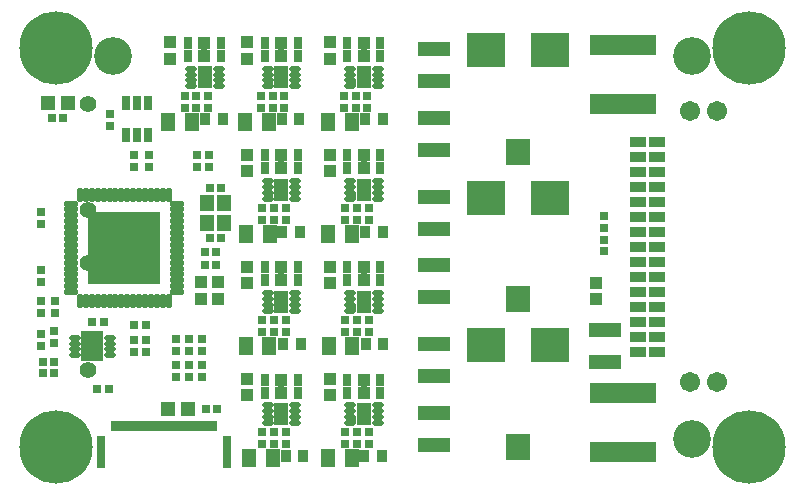
<source format=gts>
G04 Layer_Color=8388736*
%FSLAX25Y25*%
%MOIN*%
G70*
G01*
G75*
%ADD99R,0.13005X0.11824*%
%ADD100R,0.08280X0.08674*%
%ADD101R,0.01587X0.02769*%
%ADD102R,0.04737X0.07493*%
G04:AMPARAMS|DCode=103|XSize=19.81mil|YSize=39.5mil|CornerRadius=6.95mil|HoleSize=0mil|Usage=FLASHONLY|Rotation=270.000|XOffset=0mil|YOffset=0mil|HoleType=Round|Shape=RoundedRectangle|*
%AMROUNDEDRECTD103*
21,1,0.01981,0.02559,0,0,270.0*
21,1,0.00591,0.03950,0,0,270.0*
1,1,0.01391,-0.01280,-0.00295*
1,1,0.01391,-0.01280,0.00295*
1,1,0.01391,0.01280,0.00295*
1,1,0.01391,0.01280,-0.00295*
%
%ADD103ROUNDEDRECTD103*%
%ADD104R,0.05131X0.04737*%
%ADD105R,0.04343X0.03950*%
%ADD106R,0.03556X0.04343*%
%ADD107R,0.03162X0.04343*%
%ADD108R,0.04343X0.04343*%
%ADD109R,0.01981X0.02375*%
%ADD110R,0.05131X0.05524*%
%ADD111R,0.01981X0.03556*%
%ADD112R,0.03162X0.11036*%
%ADD113R,0.07296X0.10249*%
%ADD114R,0.24422X0.24422*%
G04:AMPARAMS|DCode=115|XSize=19.81mil|YSize=47.37mil|CornerRadius=8.72mil|HoleSize=0mil|Usage=FLASHONLY|Rotation=90.000|XOffset=0mil|YOffset=0mil|HoleType=Round|Shape=RoundedRectangle|*
%AMROUNDEDRECTD115*
21,1,0.01981,0.02992,0,0,90.0*
21,1,0.00236,0.04737,0,0,90.0*
1,1,0.01745,0.01496,0.00118*
1,1,0.01745,0.01496,-0.00118*
1,1,0.01745,-0.01496,-0.00118*
1,1,0.01745,-0.01496,0.00118*
%
%ADD115ROUNDEDRECTD115*%
G04:AMPARAMS|DCode=116|XSize=19.81mil|YSize=47.37mil|CornerRadius=8.72mil|HoleSize=0mil|Usage=FLASHONLY|Rotation=180.000|XOffset=0mil|YOffset=0mil|HoleType=Round|Shape=RoundedRectangle|*
%AMROUNDEDRECTD116*
21,1,0.01981,0.02992,0,0,180.0*
21,1,0.00236,0.04737,0,0,180.0*
1,1,0.01745,-0.00118,0.01496*
1,1,0.01745,0.00118,0.01496*
1,1,0.01745,0.00118,-0.01496*
1,1,0.01745,-0.00118,-0.01496*
%
%ADD116ROUNDEDRECTD116*%
%ADD117R,0.11036X0.05131*%
%ADD118R,0.03162X0.04934*%
%ADD119R,0.05288X0.03753*%
%ADD120R,0.03162X0.03162*%
%ADD121R,0.03162X0.03162*%
%ADD122R,0.04737X0.05918*%
%ADD123R,0.22060X0.06706*%
%ADD124C,0.05485*%
%ADD125C,0.12611*%
%ADD126C,0.24422*%
%ADD127C,0.06706*%
D99*
X143237Y33757D02*
D03*
X164890D02*
D03*
Y82969D02*
D03*
X143237D02*
D03*
Y132182D02*
D03*
X164890D02*
D03*
D100*
X154063Y-101D02*
D03*
Y49111D02*
D03*
Y98324D02*
D03*
D101*
X46161Y121063D02*
D03*
X71752D02*
D03*
X99311D02*
D03*
Y83661D02*
D03*
X71752D02*
D03*
X99311Y46260D02*
D03*
X71752D02*
D03*
X99311Y8858D02*
D03*
X71752D02*
D03*
D102*
X49606Y123031D02*
D03*
X75197D02*
D03*
X102756D02*
D03*
Y85630D02*
D03*
X75197D02*
D03*
X102756Y48228D02*
D03*
X75197D02*
D03*
X102756Y10827D02*
D03*
X75197D02*
D03*
D103*
X44980Y120079D02*
D03*
Y122047D02*
D03*
Y124016D02*
D03*
Y125984D02*
D03*
X54232D02*
D03*
Y124016D02*
D03*
Y122047D02*
D03*
Y120079D02*
D03*
X70571D02*
D03*
Y122047D02*
D03*
Y124016D02*
D03*
Y125984D02*
D03*
X79823D02*
D03*
Y124016D02*
D03*
Y122047D02*
D03*
Y120079D02*
D03*
X98130D02*
D03*
Y122047D02*
D03*
Y124016D02*
D03*
Y125984D02*
D03*
X107382D02*
D03*
Y124016D02*
D03*
Y122047D02*
D03*
Y120079D02*
D03*
X98130Y82677D02*
D03*
Y84646D02*
D03*
Y86614D02*
D03*
Y88583D02*
D03*
X107382D02*
D03*
Y86614D02*
D03*
Y84646D02*
D03*
Y82677D02*
D03*
X70571D02*
D03*
Y84646D02*
D03*
Y86614D02*
D03*
Y88583D02*
D03*
X79823D02*
D03*
Y86614D02*
D03*
Y84646D02*
D03*
Y82677D02*
D03*
X98130Y45276D02*
D03*
Y47244D02*
D03*
Y49213D02*
D03*
Y51181D02*
D03*
X107382D02*
D03*
Y49213D02*
D03*
Y47244D02*
D03*
Y45276D02*
D03*
X70571D02*
D03*
Y47244D02*
D03*
Y49213D02*
D03*
Y51181D02*
D03*
X79823D02*
D03*
Y49213D02*
D03*
Y47244D02*
D03*
Y45276D02*
D03*
X98130Y7874D02*
D03*
Y9843D02*
D03*
Y11811D02*
D03*
Y13780D02*
D03*
X107382D02*
D03*
Y11811D02*
D03*
Y9843D02*
D03*
Y7874D02*
D03*
X70571D02*
D03*
Y9843D02*
D03*
Y11811D02*
D03*
Y13780D02*
D03*
X79823D02*
D03*
Y11811D02*
D03*
Y9843D02*
D03*
Y7874D02*
D03*
X6299Y30413D02*
D03*
Y32382D02*
D03*
Y34350D02*
D03*
Y36319D02*
D03*
X18110D02*
D03*
Y34350D02*
D03*
Y32382D02*
D03*
Y30413D02*
D03*
D104*
X3937Y114469D02*
D03*
X-2756D02*
D03*
X44094Y12402D02*
D03*
X37402D02*
D03*
D105*
X38189Y129232D02*
D03*
Y134744D02*
D03*
X63779Y129232D02*
D03*
Y134744D02*
D03*
X91339Y129232D02*
D03*
Y134744D02*
D03*
X63779Y91831D02*
D03*
Y97342D02*
D03*
X91339Y91831D02*
D03*
Y97342D02*
D03*
Y54429D02*
D03*
Y59941D02*
D03*
X63779Y54429D02*
D03*
Y59941D02*
D03*
Y17028D02*
D03*
Y22539D02*
D03*
X91339Y17028D02*
D03*
Y22539D02*
D03*
X53937Y54724D02*
D03*
Y49213D02*
D03*
X48425Y54724D02*
D03*
Y49213D02*
D03*
X180118Y49114D02*
D03*
Y54626D02*
D03*
D106*
X49705Y109055D02*
D03*
X55610D02*
D03*
X75295D02*
D03*
X81201D02*
D03*
X103051D02*
D03*
X108957D02*
D03*
X103051Y71653D02*
D03*
X108957D02*
D03*
X75492D02*
D03*
X81398D02*
D03*
X103248Y34252D02*
D03*
X109154D02*
D03*
X75689D02*
D03*
X81595D02*
D03*
X102854Y-3150D02*
D03*
X108760D02*
D03*
X76575Y-3248D02*
D03*
X82480D02*
D03*
D107*
X55020Y134547D02*
D03*
Y130217D02*
D03*
X43996D02*
D03*
Y134547D02*
D03*
X80610D02*
D03*
Y130217D02*
D03*
X69587D02*
D03*
Y134547D02*
D03*
X108169D02*
D03*
Y130217D02*
D03*
X97146D02*
D03*
Y134547D02*
D03*
X108169Y97146D02*
D03*
Y92815D02*
D03*
X97146D02*
D03*
Y97146D02*
D03*
X80610D02*
D03*
Y92815D02*
D03*
X69587D02*
D03*
Y97146D02*
D03*
X108169Y59744D02*
D03*
Y55413D02*
D03*
X97146D02*
D03*
Y59744D02*
D03*
X80610D02*
D03*
Y55413D02*
D03*
X69587D02*
D03*
Y59744D02*
D03*
X108169Y22343D02*
D03*
Y18012D02*
D03*
X97146D02*
D03*
Y22343D02*
D03*
X80610D02*
D03*
Y18012D02*
D03*
X69587D02*
D03*
Y22343D02*
D03*
D108*
X49508Y130217D02*
D03*
Y134547D02*
D03*
X75098Y130217D02*
D03*
Y134547D02*
D03*
X102657Y130217D02*
D03*
Y134547D02*
D03*
Y92815D02*
D03*
Y97146D02*
D03*
X75098Y92815D02*
D03*
Y97146D02*
D03*
X102657Y55413D02*
D03*
Y59744D02*
D03*
X75098Y55413D02*
D03*
Y59744D02*
D03*
X102657Y18012D02*
D03*
Y22343D02*
D03*
X75098Y18012D02*
D03*
Y22343D02*
D03*
D109*
X49508Y132382D02*
D03*
X75098D02*
D03*
X102657D02*
D03*
Y94980D02*
D03*
X75098D02*
D03*
X102657Y57579D02*
D03*
X75098D02*
D03*
X102657Y20177D02*
D03*
X75098D02*
D03*
D110*
X56004Y74606D02*
D03*
Y81299D02*
D03*
X50492D02*
D03*
Y74606D02*
D03*
D111*
X37008Y6890D02*
D03*
X35039D02*
D03*
X33071D02*
D03*
X31102D02*
D03*
X29134D02*
D03*
X27165D02*
D03*
X25197D02*
D03*
X23228D02*
D03*
X21260D02*
D03*
X19291D02*
D03*
X38976D02*
D03*
X40945D02*
D03*
X42913D02*
D03*
X44882D02*
D03*
X46850D02*
D03*
X48819D02*
D03*
X50787D02*
D03*
X52756D02*
D03*
D112*
X57087Y-1772D02*
D03*
X14961D02*
D03*
D113*
X12205Y33366D02*
D03*
D114*
X22835Y66240D02*
D03*
D115*
X5118Y51476D02*
D03*
Y53445D02*
D03*
Y55413D02*
D03*
Y57382D02*
D03*
Y59350D02*
D03*
Y61319D02*
D03*
Y63287D02*
D03*
Y65256D02*
D03*
Y67224D02*
D03*
Y69193D02*
D03*
Y71161D02*
D03*
Y73130D02*
D03*
Y75098D02*
D03*
Y77067D02*
D03*
Y79035D02*
D03*
Y81004D02*
D03*
X40551D02*
D03*
Y79035D02*
D03*
Y77067D02*
D03*
Y75098D02*
D03*
Y73130D02*
D03*
Y71161D02*
D03*
Y69193D02*
D03*
Y67224D02*
D03*
Y65256D02*
D03*
Y63287D02*
D03*
Y61319D02*
D03*
Y59350D02*
D03*
Y57382D02*
D03*
Y55413D02*
D03*
Y53445D02*
D03*
Y51476D02*
D03*
D116*
X8071Y83957D02*
D03*
X10039D02*
D03*
X12008D02*
D03*
X13976D02*
D03*
X15945D02*
D03*
X17913D02*
D03*
X19882D02*
D03*
X21850D02*
D03*
X23819D02*
D03*
X25787D02*
D03*
X27756D02*
D03*
X29724D02*
D03*
X31693D02*
D03*
X33661D02*
D03*
X35630D02*
D03*
X37598D02*
D03*
Y48524D02*
D03*
X35630D02*
D03*
X33661D02*
D03*
X31693D02*
D03*
X29724D02*
D03*
X27756D02*
D03*
X25787D02*
D03*
X23819D02*
D03*
X21850D02*
D03*
X19882D02*
D03*
X17913D02*
D03*
X15945D02*
D03*
X13976D02*
D03*
X12008D02*
D03*
X10039D02*
D03*
X8071D02*
D03*
D117*
X183071Y38780D02*
D03*
Y28150D02*
D03*
X125984Y11220D02*
D03*
Y591D02*
D03*
Y60433D02*
D03*
Y49803D02*
D03*
Y109646D02*
D03*
Y99016D02*
D03*
X126012Y34052D02*
D03*
Y23422D02*
D03*
Y83265D02*
D03*
Y72635D02*
D03*
Y132477D02*
D03*
Y121847D02*
D03*
D118*
X30807Y114567D02*
D03*
X27067D02*
D03*
X23327D02*
D03*
Y103937D02*
D03*
X27067D02*
D03*
X30807D02*
D03*
D119*
X194193Y31673D02*
D03*
Y36673D02*
D03*
Y41673D02*
D03*
Y46673D02*
D03*
Y51673D02*
D03*
Y56673D02*
D03*
Y61673D02*
D03*
Y66673D02*
D03*
Y71673D02*
D03*
Y76673D02*
D03*
Y81673D02*
D03*
Y86673D02*
D03*
Y91673D02*
D03*
Y96673D02*
D03*
Y101673D02*
D03*
X200335D02*
D03*
Y96673D02*
D03*
Y91673D02*
D03*
Y86673D02*
D03*
Y81673D02*
D03*
Y76673D02*
D03*
Y71673D02*
D03*
Y66673D02*
D03*
Y61673D02*
D03*
Y56673D02*
D03*
Y51673D02*
D03*
Y46673D02*
D03*
Y41673D02*
D03*
Y36673D02*
D03*
Y31673D02*
D03*
D120*
X182677Y65059D02*
D03*
Y68996D02*
D03*
Y76772D02*
D03*
Y72835D02*
D03*
X44390Y27067D02*
D03*
Y23130D02*
D03*
X40157Y27067D02*
D03*
Y23130D02*
D03*
X48622D02*
D03*
Y27067D02*
D03*
X51181Y97047D02*
D03*
Y93110D02*
D03*
X46949D02*
D03*
Y97047D02*
D03*
X-4823Y78051D02*
D03*
Y74114D02*
D03*
X-4921Y54823D02*
D03*
Y58760D02*
D03*
Y48622D02*
D03*
Y44685D02*
D03*
Y33563D02*
D03*
Y37500D02*
D03*
X-295Y44685D02*
D03*
Y48622D02*
D03*
X31102Y93307D02*
D03*
Y97244D02*
D03*
X26181D02*
D03*
Y93307D02*
D03*
X-492Y34646D02*
D03*
Y38583D02*
D03*
X18209Y110925D02*
D03*
Y106988D02*
D03*
X68799Y4724D02*
D03*
Y787D02*
D03*
X96358D02*
D03*
Y4724D02*
D03*
X68799Y42126D02*
D03*
Y38189D02*
D03*
X96358D02*
D03*
Y42126D02*
D03*
X68799Y79528D02*
D03*
Y75591D02*
D03*
X96358D02*
D03*
Y79528D02*
D03*
X96063Y116929D02*
D03*
Y112992D02*
D03*
X68504D02*
D03*
Y116929D02*
D03*
X42913D02*
D03*
Y112992D02*
D03*
X76870Y787D02*
D03*
Y4724D02*
D03*
X104429D02*
D03*
Y787D02*
D03*
X76870Y38189D02*
D03*
Y42126D02*
D03*
X104429D02*
D03*
Y38189D02*
D03*
X76870Y75591D02*
D03*
Y79528D02*
D03*
X104429D02*
D03*
Y75591D02*
D03*
X103740Y112992D02*
D03*
Y116929D02*
D03*
X76181D02*
D03*
Y112992D02*
D03*
X50590D02*
D03*
Y116929D02*
D03*
X44390Y35728D02*
D03*
Y31791D02*
D03*
X40157Y35728D02*
D03*
Y31791D02*
D03*
X48622D02*
D03*
Y35728D02*
D03*
X72835Y4724D02*
D03*
Y787D02*
D03*
X100394D02*
D03*
Y4724D02*
D03*
X72835Y42126D02*
D03*
Y38189D02*
D03*
X100394D02*
D03*
Y42126D02*
D03*
X72835Y79528D02*
D03*
Y75591D02*
D03*
X100394D02*
D03*
Y79528D02*
D03*
X99902Y116929D02*
D03*
Y112992D02*
D03*
X72342D02*
D03*
Y116929D02*
D03*
X46752D02*
D03*
Y112992D02*
D03*
D121*
X13780Y19193D02*
D03*
X17717D02*
D03*
X49606Y60433D02*
D03*
X53543D02*
D03*
X49902Y12598D02*
D03*
X53839D02*
D03*
X51279Y69685D02*
D03*
X55216D02*
D03*
X51279Y86221D02*
D03*
X55216D02*
D03*
X53543Y64961D02*
D03*
X49606D02*
D03*
X-492Y24409D02*
D03*
X-4429D02*
D03*
X26083Y40551D02*
D03*
X30020D02*
D03*
X16142Y41634D02*
D03*
X12205D02*
D03*
X2559Y109646D02*
D03*
X-1378D02*
D03*
X-492Y28346D02*
D03*
X-4429D02*
D03*
X30020Y35630D02*
D03*
X26083D02*
D03*
X30020Y31496D02*
D03*
X26083D02*
D03*
D122*
X64468Y-3937D02*
D03*
X72342D02*
D03*
X63287Y33465D02*
D03*
X71161D02*
D03*
X90945D02*
D03*
X98819D02*
D03*
X63386Y70866D02*
D03*
X71260D02*
D03*
X90847D02*
D03*
X98721D02*
D03*
X90847Y108268D02*
D03*
X98721D02*
D03*
X63090D02*
D03*
X70965D02*
D03*
X37500D02*
D03*
X45374D02*
D03*
X90748Y-3937D02*
D03*
X98622D02*
D03*
D123*
X188976Y133858D02*
D03*
Y114173D02*
D03*
Y-1969D02*
D03*
Y17717D02*
D03*
D124*
X10630Y61024D02*
D03*
Y25591D02*
D03*
Y78740D02*
D03*
Y114173D02*
D03*
D125*
X19153Y130177D02*
D03*
X212067Y2618D02*
D03*
Y130177D02*
D03*
D126*
X231221Y0D02*
D03*
Y132795D02*
D03*
X0D02*
D03*
Y0D02*
D03*
D127*
X220295Y111909D02*
D03*
Y21437D02*
D03*
X211398D02*
D03*
Y111909D02*
D03*
M02*

</source>
